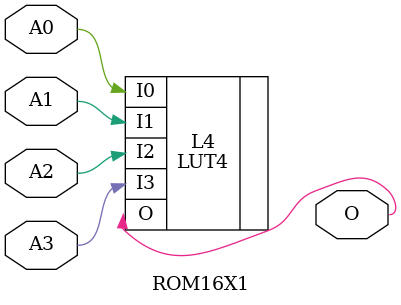
<source format=v>

`timescale  1 ps / 1 ps


module ROM16X1 (O, A0, A1, A2, A3);


    parameter [127:0] INIT = 16'h0000;

    output O;

    input  A0, A1, A2, A3;

    LUT4 #(.INIT(INIT)) L4 (.O(O), .I0(A0), .I1(A1), .I2(A2), .I3(A3));


endmodule


</source>
